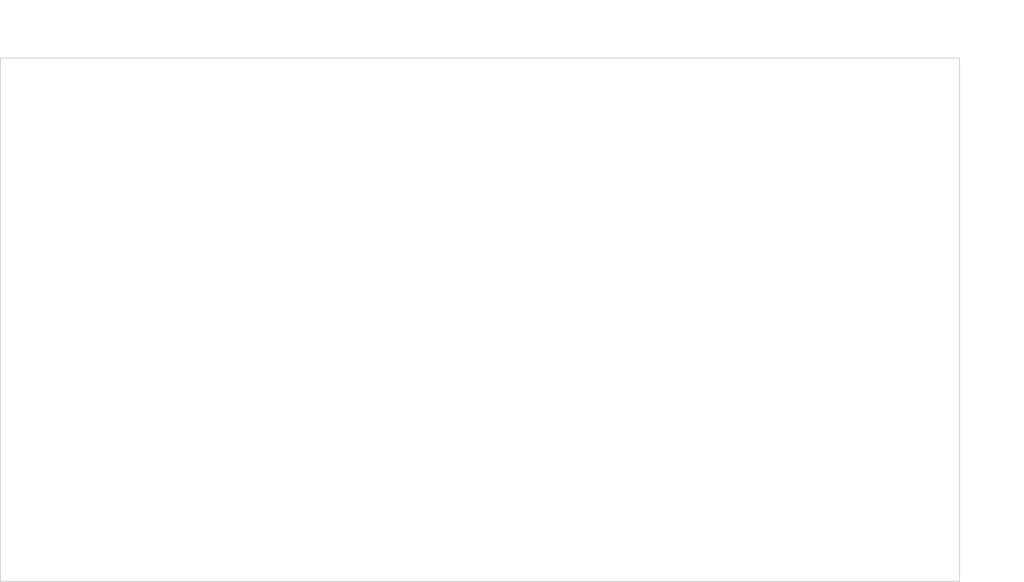
<source format=kicad_pcb>
(kicad_pcb (version 20171130) (host pcbnew "(5.1.0)-1")

  (general
    (thickness 1.6)
    (drawings 16)
    (tracks 0)
    (zones 0)
    (modules 0)
    (nets 1)
  )

  (page A4)
  (layers
    (0 F.Cu signal)
    (31 B.Cu signal)
    (32 B.Adhes user)
    (33 F.Adhes user)
    (34 B.Paste user)
    (35 F.Paste user)
    (36 B.SilkS user)
    (37 F.SilkS user)
    (38 B.Mask user)
    (39 F.Mask user)
    (40 Dwgs.User user)
    (41 Cmts.User user)
    (42 Eco1.User user)
    (43 Eco2.User user)
    (44 Edge.Cuts user)
    (45 Margin user)
    (46 B.CrtYd user)
    (47 F.CrtYd user)
    (48 B.Fab user)
    (49 F.Fab user)
  )

  (setup
    (last_trace_width 0.25)
    (trace_clearance 0.2)
    (zone_clearance 0.508)
    (zone_45_only no)
    (trace_min 0.2)
    (via_size 0.8)
    (via_drill 0.4)
    (via_min_size 0.4)
    (via_min_drill 0.3)
    (uvia_size 0.3)
    (uvia_drill 0.1)
    (uvias_allowed no)
    (uvia_min_size 0.2)
    (uvia_min_drill 0.1)
    (edge_width 0.05)
    (segment_width 0.2)
    (pcb_text_width 0.3)
    (pcb_text_size 1.5 1.5)
    (mod_edge_width 0.12)
    (mod_text_size 1 1)
    (mod_text_width 0.15)
    (pad_size 1.524 1.524)
    (pad_drill 0.762)
    (pad_to_mask_clearance 0.051)
    (solder_mask_min_width 0.25)
    (aux_axis_origin 0 0)
    (visible_elements FFFFFF7F)
    (pcbplotparams
      (layerselection 0x010fc_ffffffff)
      (usegerberextensions false)
      (usegerberattributes false)
      (usegerberadvancedattributes false)
      (creategerberjobfile false)
      (excludeedgelayer true)
      (linewidth 0.152400)
      (plotframeref false)
      (viasonmask false)
      (mode 1)
      (useauxorigin false)
      (hpglpennumber 1)
      (hpglpenspeed 20)
      (hpglpendiameter 15.000000)
      (psnegative false)
      (psa4output false)
      (plotreference true)
      (plotvalue true)
      (plotinvisibletext false)
      (padsonsilk false)
      (subtractmaskfromsilk false)
      (outputformat 1)
      (mirror false)
      (drillshape 1)
      (scaleselection 1)
      (outputdirectory ""))
  )

  (net 0 "")

  (net_class Default "This is the default net class."
    (clearance 0.2)
    (trace_width 0.25)
    (via_dia 0.8)
    (via_drill 0.4)
    (uvia_dia 0.3)
    (uvia_drill 0.1)
  )

  (gr_line (start 34.776749 152.36655) (end 253.776749 152.36655) (layer Edge.Cuts) (width 0.2))
  (gr_line (start 253.776749 152.36655) (end 253.776749 32.86655) (layer Edge.Cuts) (width 0.2))
  (gr_line (start 253.776749 32.86655) (end 34.776749 32.86655) (layer Edge.Cuts) (width 0.2))
  (gr_line (start 34.776749 32.86655) (end 34.776749 152.36655) (layer Edge.Cuts) (width 0.2))
  (gr_text [4.70] (at 263.776749 124.506011) (layer Dwgs.User)
    (effects (font (size 1.7 1.53) (thickness 0.2125)))
  )
  (gr_text " 119.50" (at 263.776749 120.948576) (layer Dwgs.User)
    (effects (font (size 1.7 1.53) (thickness 0.2125)))
  )
  (gr_line (start 263.776749 34.86655) (end 263.776749 119.059115) (layer Dwgs.User) (width 0.2))
  (gr_line (start 263.776749 150.36655) (end 263.776749 126.173985) (layer Dwgs.User) (width 0.2))
  (gr_line (start 254.776749 32.86655) (end 266.951749 32.86655) (layer Dwgs.User) (width 0.2))
  (gr_line (start 254.776749 152.36655) (end 266.951749 152.36655) (layer Dwgs.User) (width 0.2))
  (gr_text [8.62] (at 214.276749 24.756011) (layer Dwgs.User)
    (effects (font (size 1.7 1.53) (thickness 0.2125)))
  )
  (gr_text " 219.00" (at 214.276749 21.198576) (layer Dwgs.User)
    (effects (font (size 1.7 1.53) (thickness 0.2125)))
  )
  (gr_line (start 36.776749 22.86655) (end 209.571735 22.86655) (layer Dwgs.User) (width 0.2))
  (gr_line (start 251.776749 22.86655) (end 218.981763 22.86655) (layer Dwgs.User) (width 0.2))
  (gr_line (start 34.776749 31.86655) (end 34.776749 19.69155) (layer Dwgs.User) (width 0.2))
  (gr_line (start 253.776749 31.86655) (end 253.776749 19.69155) (layer Dwgs.User) (width 0.2))

)

</source>
